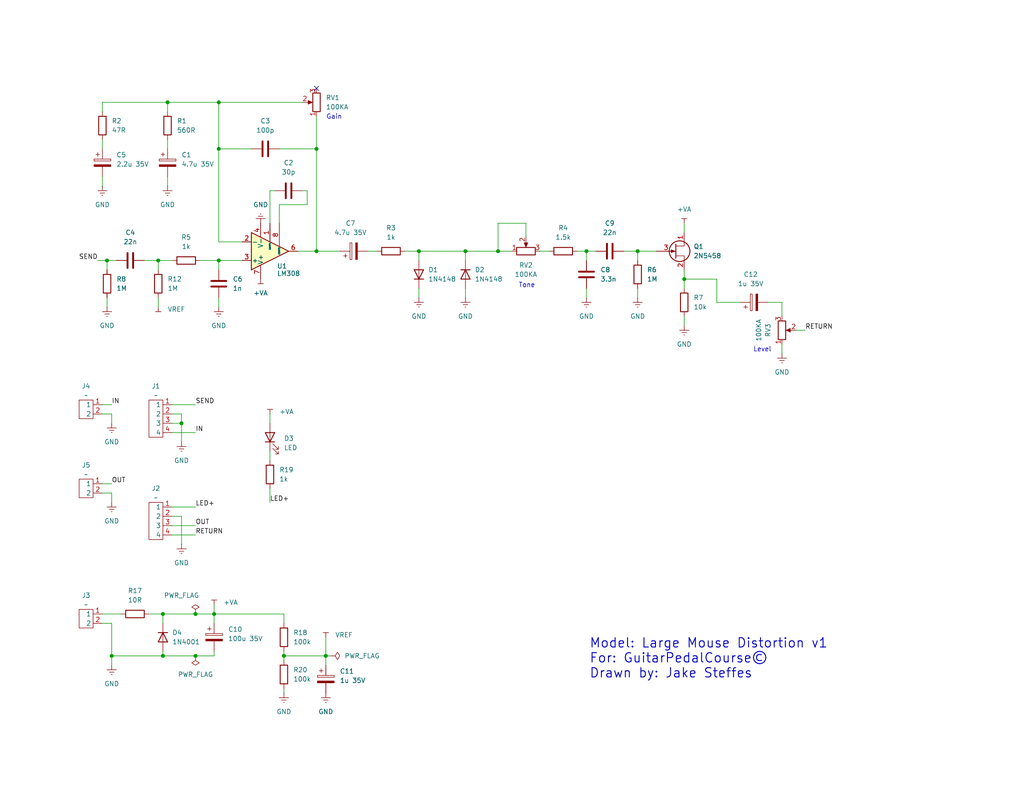
<source format=kicad_sch>
(kicad_sch (version 20250114) (generator "eeschema") (generator_version "9.0")
  (paper "A")
  (lib_symbols
    (symbol "+VA_1" (power) (pin_numbers (hide yes)) (pin_names (offset 0) (hide yes))
      (property "Value" "+VA" (at -0.254 2.54 0))
      (symbol "+VA_1_0_1"
        (polyline (pts (xy 0 0) (xy 0 1.27)))
        (polyline (pts (xy 0.762 1.27) (xy -0.762 1.27) (xy 0 1.27) (xy 0.762 1.27)) (fill (type outline)))
      )
      (symbol "+VA_1_1_1"
        (pin power_in line (at 0 0 90) (length 0) (hide yes) (name "~") (number "1"))
      )
    )
    (symbol "+VA_2" (power) (pin_numbers (hide yes)) (pin_names (offset 0) (hide yes))
      (property "Value" "+VA" (at -0.254 2.54 0))
      (symbol "+VA_2_0_1"
        (polyline (pts (xy 0 0) (xy 0 1.27)))
        (polyline (pts (xy 0.762 1.27) (xy -0.762 1.27) (xy 0 1.27) (xy 0.762 1.27)) (fill (type outline)))
      )
      (symbol "+VA_2_1_1"
        (pin power_in line (at 0 0 90) (length 0) (hide yes) (name "~") (number "1"))
      )
    )
    (symbol "Device:C" (pin_numbers (hide yes)) (pin_names (offset 0.254))
      (property "Reference" "C" (at 0.635 2.54 0))
      (property "Value" "C" (at 0.635 -2.54 0))
      (symbol "C_0_1"
        (polyline (pts (xy -2.032 0.762) (xy 2.032 0.762)) (stroke (width 0.508)))
        (polyline (pts (xy -2.032 -0.762) (xy 2.032 -0.762)) (stroke (width 0.508)))
      )
      (symbol "C_1_1"
        (pin passive line (at 0 3.81 270) (length 2.794) (name "~") (number "1"))
        (pin passive line (at 0 -3.81 90) (length 2.794) (name "~") (number "2"))
      )
    )
    (symbol "Device:C_Polarized" (pin_numbers (hide yes)) (pin_names (offset 0.254))
      (property "Reference" "C" (at 0.635 2.54 0))
      (property "Value" "C_Polarized" (at 0.635 -2.54 0))
      (symbol "C_Polarized_0_1"
        (rectangle (start -2.286 0.508) (end 2.286 1.016))
        (polyline (pts (xy -1.778 2.286) (xy -0.762 2.286)))
        (polyline (pts (xy -1.27 2.794) (xy -1.27 1.778)))
        (rectangle (start 2.286 -0.508) (end -2.286 -1.016) (fill (type outline)))
      )
      (symbol "C_Polarized_1_1"
        (pin passive line (at 0 3.81 270) (length 2.794) (name "~") (number "1"))
        (pin passive line (at 0 -3.81 90) (length 2.794) (name "~") (number "2"))
      )
    )
    (symbol "Device:D" (pin_numbers (hide yes)) (pin_names (offset 1.016) (hide yes))
      (property "Reference" "D" (at 0 2.54 0))
      (property "Value" "D" (at 0 -2.54 0))
      (symbol "D_0_1"
        (polyline (pts (xy -1.27 1.27) (xy -1.27 -1.27)) (stroke (width 0.254)))
        (polyline (pts (xy 1.27 1.27) (xy 1.27 -1.27) (xy -1.27 0) (xy 1.27 1.27)) (stroke (width 0.254)))
        (polyline (pts (xy 1.27 0) (xy -1.27 0)))
      )
      (symbol "D_1_1"
        (pin passive line (at -3.81 0 0) (length 2.54) (name "K") (number "1"))
        (pin passive line (at 3.81 0 180) (length 2.54) (name "A") (number "2"))
      )
    )
    (symbol "Device:LED" (pin_numbers (hide yes)) (pin_names (offset 1.016) (hide yes))
      (property "Reference" "D" (at 0 2.54 0))
      (property "Value" "LED" (at 0 -2.54 0))
      (symbol "LED_0_1"
        (polyline (pts (xy -3.048 -0.762) (xy -4.572 -2.286) (xy -3.81 -2.286) (xy -4.572 -2.286) (xy -4.572 -1.524)))
        (polyline (pts (xy -1.778 -0.762) (xy -3.302 -2.286) (xy -2.54 -2.286) (xy -3.302 -2.286) (xy -3.302 -1.524)))
        (polyline (pts (xy -1.27 0) (xy 1.27 0)))
        (polyline (pts (xy -1.27 -1.27) (xy -1.27 1.27)) (stroke (width 0.254)))
        (polyline (pts (xy 1.27 -1.27) (xy 1.27 1.27) (xy -1.27 0) (xy 1.27 -1.27)) (stroke (width 0.254)))
      )
      (symbol "LED_1_1"
        (pin passive line (at -3.81 0 0) (length 2.54) (name "K") (number "1"))
        (pin passive line (at 3.81 0 180) (length 2.54) (name "A") (number "2"))
      )
    )
    (symbol "Device:Q_NJFET_DSG" (pin_names (offset 0) (hide yes))
      (property "Reference" "Q" (at 5.08 1.27 0))
      (property "Value" "Q_NJFET_DSG" (at 5.08 -1.27 0))
      (symbol "Q_NJFET_DSG_0_1"
        (polyline (pts (xy 0 0) (xy -1.016 0.381) (xy -1.016 -0.381) (xy 0 0)) (fill (type outline)))
        (polyline (pts (xy 0.254 1.905) (xy 0.254 -1.905) (xy 0.254 -1.905)) (stroke (width 0.254)))
        (circle (center 1.27 0) (radius 2.8194) (stroke (width 0.254)))
        (polyline (pts (xy 2.54 2.54) (xy 2.54 1.397) (xy 0.254 1.397)))
        (polyline (pts (xy 2.54 -2.54) (xy 2.54 -1.27) (xy 0.254 -1.27)))
      )
      (symbol "Q_NJFET_DSG_1_1"
        (pin input line (at -5.08 0 0) (length 5.334) (name "G") (number "3"))
        (pin passive line (at 2.54 5.08 270) (length 2.54) (name "D") (number "1"))
        (pin passive line (at 2.54 -5.08 90) (length 2.54) (name "S") (number "2"))
      )
    )
    (symbol "Device:R" (pin_numbers (hide yes)) (pin_names (offset 0))
      (property "Reference" "R" (at 2.032 0 90))
      (property "Value" "R" (at 0 0 90))
      (symbol "R_0_1"
        (rectangle (start -1.016 -2.54) (end 1.016 2.54) (stroke (width 0.254)))
      )
      (symbol "R_1_1"
        (pin passive line (at 0 3.81 270) (length 1.27) (name "~") (number "1"))
        (pin passive line (at 0 -3.81 90) (length 1.27) (name "~") (number "2"))
      )
    )
    (symbol "Device:R_Potentiometer" (pin_names (offset 1.016) (hide yes))
      (property "Reference" "RV" (at -4.445 0 90))
      (property "Value" "R_Potentiometer" (at -2.54 0 90))
      (symbol "R_Potentiometer_0_1"
        (rectangle (start 1.016 2.54) (end -1.016 -2.54) (stroke (width 0.254)))
        (polyline (pts (xy 1.143 0) (xy 2.286 0.508) (xy 2.286 -0.508) (xy 1.143 0)) (fill (type outline)))
        (polyline (pts (xy 2.54 0) (xy 1.524 0)))
      )
      (symbol "R_Potentiometer_1_1"
        (pin passive line (at 0 3.81 270) (length 1.27) (name "1") (number "1"))
        (pin passive line (at 0 -3.81 90) (length 1.27) (name "3") (number "3"))
        (pin passive line (at 3.81 0 180) (length 1.27) (name "2") (number "2"))
      )
    )
    (symbol "Diode:1N4001" (pin_numbers (hide yes)) (pin_names (hide yes))
      (property "Reference" "D" (at 0 2.54 0))
      (property "Value" "1N4001" (at 0 -2.54 0))
      (symbol "1N4001_0_1"
        (polyline (pts (xy -1.27 1.27) (xy -1.27 -1.27)) (stroke (width 0.254)))
        (polyline (pts (xy 1.27 1.27) (xy 1.27 -1.27) (xy -1.27 0) (xy 1.27 1.27)) (stroke (width 0.254)))
        (polyline (pts (xy 1.27 0) (xy -1.27 0)))
      )
      (symbol "1N4001_1_1"
        (pin passive line (at -3.81 0 0) (length 2.54) (name "K") (number "1"))
        (pin passive line (at 3.81 0 180) (length 2.54) (name "A") (number "2"))
      )
    )
    (symbol "Wampler:CONNECTOR_2"
      (property "Reference" "J" (at 0 0 0))
      (symbol "CONNECTOR_2_0_1"
        (rectangle (start 0 0) (end 3.81 -5.08))
      )
      (symbol "CONNECTOR_2_1_1"
        (pin passive line (at 6.35 -1.27 180) (length 2.54) (name "1") (number "1"))
        (pin passive line (at 6.35 -3.81 180) (length 2.54) (name "2") (number "2"))
      )
    )
    (symbol "Wampler:CONNECTOR_4"
      (property "Reference" "J" (at 0 0 0))
      (symbol "CONNECTOR_4_0_1"
        (rectangle (start 0 0) (end 3.81 -10.16))
      )
      (symbol "CONNECTOR_4_1_1"
        (pin passive line (at 6.35 -1.27 180) (length 2.54) (name "1") (number "1"))
        (pin passive line (at 6.35 -3.81 180) (length 2.54) (name "2") (number "2"))
        (pin passive line (at 6.35 -6.35 180) (length 2.54) (name "3") (number "3"))
        (pin passive line (at 6.35 -8.89 180) (length 2.54) (name "4") (number "4"))
      )
    )
    (symbol "Wampler:GND" (power) (pin_numbers (hide yes)) (pin_names (offset 0) (hide yes))
      (property "Value" "GND" (at 0 -3.81 0))
      (symbol "GND_0_1"
        (polyline (pts (xy -0.635 -1.905) (xy 0.635 -1.905)))
        (polyline (pts (xy -0.127 -2.54) (xy 0.127 -2.54)))
        (polyline (pts (xy 0 -1.27) (xy 0 0)))
        (polyline (pts (xy 1.27 -1.27) (xy -1.27 -1.27)))
      )
      (symbol "GND_1_1"
        (pin power_in line (at 0 0 270) (length 0) (name "~") (number "1"))
      )
    )
    (symbol "Wampler:LM308" (pin_names (offset 0.127))
      (property "Reference" "U" (at 0 6.35 0))
      (property "Value" "LM308" (at 0 3.81 0))
      (symbol "LM308_0_1"
        (polyline (pts (xy -5.08 5.08) (xy 5.08 0) (xy -5.08 -5.08) (xy -5.08 5.08)) (stroke (width 0.254)) (fill (type background)))
      )
      (symbol "LM308_1_1"
        (pin input line (at -7.62 2.54 0) (length 2.54) (name "+") (number "3"))
        (pin input line (at -7.62 -2.54 0) (length 2.54) (name "-") (number "2"))
        (pin power_in line (at -2.54 7.62 270) (length 3.81) (name "V+") (number "7"))
        (pin power_in line (at -2.54 -7.62 90) (length 3.81) (name "V-") (number "4"))
        (pin no_connect line (at 0 2.54 270) (length 2.54) (hide yes) (name "NC") (number "5"))
        (pin input line (at 0 -7.62 90) (length 5.08) (name "COMP1") (number "1"))
        (pin input line (at 2.54 -7.62 90) (length 6.35) (name "COMP2") (number "8"))
        (pin output line (at 7.62 0 180) (length 2.54) (name "~") (number "6"))
      )
    )
    (symbol "Wampler:VREF" (power) (pin_numbers (hide yes)) (pin_names (offset 0) (hide yes)) (in_bom no)
      (property "Value" "VREF" (at 4.064 0 0))
      (symbol "VREF_0_1"
        (polyline (pts (xy 0 0) (xy 0 1.27)))
        (polyline (pts (xy 0.762 1.27) (xy -0.762 1.27) (xy 0 1.27) (xy 0.762 1.27)) (fill (type outline)))
      )
      (symbol "VREF_1_1"
        (pin power_in line (at 0 0 90) (length 0) (hide yes) (name "~") (number "1"))
      )
    )
    (symbol "power:PWR_FLAG" (power) (pin_numbers (hide yes)) (pin_names (offset 0) (hide yes))
      (property "Value" "PWR_FLAG" (at 0 3.81 0))
      (symbol "PWR_FLAG_0_0"
        (pin power_out line (at 0 0 90) (length 0) (name "~") (number "1"))
      )
      (symbol "PWR_FLAG_0_1"
        (polyline (pts (xy 0 0) (xy 0 1.27) (xy -1.016 1.905) (xy 0 2.54) (xy 1.016 1.905) (xy 0 1.27)))
      )
    )
  )
  (text "Gain" (at 91.186 32.004 0) (effects (font (size 1.27 1.27))))
  (text "Level" (at 208.026 95.504 0) (effects (font (size 1.27 1.27))))
  (text "Tone" (at 143.764 77.978 0) (effects (font (size 1.27 1.27))))
  (text "Model: Large Mouse Distortion v1\nFor: GuitarPedalCourse©\nDrawn by: Jake Steffes" (at 160.782 174.244 0) (effects (font (size 2.54 2.54) (thickness 0.254) (bold yes)) (justify left top)))
  (junction (at 44.45 167.64))
  (junction (at 135.89 68.58))
  (junction (at 59.69 40.64))
  (junction (at 160.02 68.58))
  (junction (at 77.47 179.07))
  (junction (at 88.9 179.07))
  (junction (at 173.99 68.58))
  (junction (at 186.69 76.2))
  (junction (at 53.34 167.64))
  (junction (at 29.21 71.12))
  (junction (at 44.45 179.07))
  (junction (at 114.3 68.58))
  (junction (at 49.53 115.57))
  (junction (at 59.69 71.12))
  (junction (at 53.34 179.07))
  (junction (at 45.72 27.94))
  (junction (at 86.36 40.64))
  (junction (at 58.42 167.64))
  (junction (at 30.48 179.07))
  (junction (at 43.18 71.12))
  (junction (at 86.36 68.58))
  (junction (at 59.69 27.94))
  (junction (at 127 68.58))
  (no_connect (at 86.36 24.13))
  (wire (pts (xy 88.9 173.99) (xy 88.9 179.07)))
  (wire (pts (xy 77.47 187.96) (xy 77.47 189.23)))
  (wire (pts (xy 114.3 68.58) (xy 127 68.58)))
  (wire (pts (xy 59.69 71.12) (xy 66.04 71.12)))
  (wire (pts (xy 86.36 68.58) (xy 81.28 68.58)))
  (wire (pts (xy 46.99 146.05) (xy 53.34 146.05)))
  (wire (pts (xy 27.94 167.64) (xy 33.02 167.64)))
  (wire (pts (xy 49.53 115.57) (xy 49.53 120.65)))
  (wire (pts (xy 29.21 71.12) (xy 29.21 73.66)))
  (wire (pts (xy 59.69 81.28) (xy 59.69 83.82)))
  (wire (pts (xy 73.66 133.35) (xy 73.66 137.16)))
  (wire (pts (xy 86.36 40.64) (xy 86.36 68.58)))
  (wire (pts (xy 45.72 27.94) (xy 45.72 30.48)))
  (wire (pts (xy 127 68.58) (xy 135.89 68.58)))
  (wire (pts (xy 66.04 66.04) (xy 59.69 66.04)))
  (wire (pts (xy 77.47 177.8) (xy 77.47 179.07)))
  (wire (pts (xy 54.61 71.12) (xy 59.69 71.12)))
  (wire (pts (xy 44.45 177.8) (xy 44.45 179.07)))
  (wire (pts (xy 26.67 71.12) (xy 29.21 71.12)))
  (wire (pts (xy 213.36 82.55) (xy 213.36 86.36)))
  (wire (pts (xy 88.9 179.07) (xy 90.17 179.07)))
  (wire (pts (xy 58.42 167.64) (xy 58.42 170.18)))
  (wire (pts (xy 160.02 78.74) (xy 160.02 81.28)))
  (wire (pts (xy 27.94 48.26) (xy 27.94 50.8)))
  (wire (pts (xy 83.82 52.07) (xy 82.55 52.07)))
  (wire (pts (xy 77.47 179.07) (xy 77.47 180.34)))
  (wire (pts (xy 46.99 110.49) (xy 53.34 110.49)))
  (wire (pts (xy 173.99 68.58) (xy 179.07 68.58)))
  (wire (pts (xy 43.18 71.12) (xy 46.99 71.12)))
  (wire (pts (xy 73.66 113.03) (xy 73.66 115.57)))
  (wire (pts (xy 43.18 71.12) (xy 43.18 73.66)))
  (wire (pts (xy 58.42 165.1) (xy 58.42 167.64)))
  (wire (pts (xy 53.34 179.07) (xy 58.42 179.07)))
  (wire (pts (xy 173.99 78.74) (xy 173.99 81.28)))
  (wire (pts (xy 30.48 179.07) (xy 44.45 179.07)))
  (wire (pts (xy 139.7 68.58) (xy 135.89 68.58)))
  (wire (pts (xy 186.69 76.2) (xy 186.69 78.74)))
  (wire (pts (xy 160.02 68.58) (xy 157.48 68.58)))
  (wire (pts (xy 143.51 60.96) (xy 143.51 64.77)))
  (wire (pts (xy 27.94 110.49) (xy 30.48 110.49)))
  (wire (pts (xy 46.99 115.57) (xy 49.53 115.57)))
  (wire (pts (xy 127 78.74) (xy 127 81.28)))
  (wire (pts (xy 46.99 143.51) (xy 53.34 143.51)))
  (wire (pts (xy 29.21 81.28) (xy 29.21 83.82)))
  (wire (pts (xy 76.2 60.96) (xy 76.2 55.88)))
  (wire (pts (xy 46.99 113.03) (xy 49.53 113.03)))
  (wire (pts (xy 27.94 38.1) (xy 27.94 40.64)))
  (wire (pts (xy 30.48 113.03) (xy 30.48 115.57)))
  (wire (pts (xy 76.2 55.88) (xy 83.82 55.88)))
  (wire (pts (xy 45.72 27.94) (xy 59.69 27.94)))
  (wire (pts (xy 46.99 138.43) (xy 53.34 138.43)))
  (wire (pts (xy 147.32 68.58) (xy 149.86 68.58)))
  (wire (pts (xy 45.72 48.26) (xy 45.72 50.8)))
  (wire (pts (xy 86.36 31.75) (xy 86.36 40.64)))
  (wire (pts (xy 160.02 68.58) (xy 162.56 68.58)))
  (wire (pts (xy 59.69 27.94) (xy 82.55 27.94)))
  (wire (pts (xy 173.99 68.58) (xy 173.99 71.12)))
  (wire (pts (xy 44.45 167.64) (xy 53.34 167.64)))
  (wire (pts (xy 127 68.58) (xy 127 71.12)))
  (wire (pts (xy 49.53 148.59) (xy 49.53 140.97)))
  (wire (pts (xy 195.58 82.55) (xy 201.93 82.55)))
  (wire (pts (xy 88.9 181.61) (xy 88.9 179.07)))
  (wire (pts (xy 160.02 71.12) (xy 160.02 68.58)))
  (wire (pts (xy 114.3 68.58) (xy 114.3 71.12)))
  (wire (pts (xy 186.69 76.2) (xy 195.58 76.2)))
  (wire (pts (xy 186.69 73.66) (xy 186.69 76.2)))
  (wire (pts (xy 43.18 81.28) (xy 43.18 83.82)))
  (wire (pts (xy 209.55 82.55) (xy 213.36 82.55)))
  (wire (pts (xy 30.48 170.18) (xy 30.48 179.07)))
  (wire (pts (xy 53.34 167.64) (xy 58.42 167.64)))
  (wire (pts (xy 44.45 179.07) (xy 53.34 179.07)))
  (wire (pts (xy 59.69 40.64) (xy 68.58 40.64)))
  (wire (pts (xy 49.53 113.03) (xy 49.53 115.57)))
  (wire (pts (xy 217.17 90.17) (xy 219.71 90.17)))
  (wire (pts (xy 186.69 60.96) (xy 186.69 63.5)))
  (wire (pts (xy 58.42 167.64) (xy 77.47 167.64)))
  (wire (pts (xy 114.3 78.74) (xy 114.3 81.28)))
  (wire (pts (xy 58.42 179.07) (xy 58.42 177.8)))
  (wire (pts (xy 76.2 40.64) (xy 86.36 40.64)))
  (wire (pts (xy 40.64 167.64) (xy 44.45 167.64)))
  (wire (pts (xy 30.48 179.07) (xy 30.48 181.61)))
  (wire (pts (xy 170.18 68.58) (xy 173.99 68.58)))
  (wire (pts (xy 59.69 27.94) (xy 59.69 40.64)))
  (wire (pts (xy 44.45 167.64) (xy 44.45 170.18)))
  (wire (pts (xy 135.89 60.96) (xy 143.51 60.96)))
  (wire (pts (xy 73.66 123.19) (xy 73.66 125.73)))
  (wire (pts (xy 27.94 27.94) (xy 45.72 27.94)))
  (wire (pts (xy 59.69 40.64) (xy 59.69 66.04)))
  (wire (pts (xy 83.82 55.88) (xy 83.82 52.07)))
  (wire (pts (xy 46.99 140.97) (xy 49.53 140.97)))
  (wire (pts (xy 100.33 68.58) (xy 102.87 68.58)))
  (wire (pts (xy 39.37 71.12) (xy 43.18 71.12)))
  (wire (pts (xy 186.69 86.36) (xy 186.69 88.9)))
  (wire (pts (xy 46.99 118.11) (xy 53.34 118.11)))
  (wire (pts (xy 27.94 30.48) (xy 27.94 27.94)))
  (wire (pts (xy 30.48 134.62) (xy 30.48 137.16)))
  (wire (pts (xy 27.94 113.03) (xy 30.48 113.03)))
  (wire (pts (xy 27.94 132.08) (xy 30.48 132.08)))
  (wire (pts (xy 135.89 68.58) (xy 135.89 60.96)))
  (wire (pts (xy 86.36 68.58) (xy 92.71 68.58)))
  (wire (pts (xy 59.69 71.12) (xy 59.69 73.66)))
  (wire (pts (xy 195.58 76.2) (xy 195.58 82.55)))
  (wire (pts (xy 27.94 134.62) (xy 30.48 134.62)))
  (wire (pts (xy 27.94 170.18) (xy 30.48 170.18)))
  (wire (pts (xy 213.36 93.98) (xy 213.36 96.52)))
  (wire (pts (xy 73.66 52.07) (xy 73.66 60.96)))
  (wire (pts (xy 88.9 179.07) (xy 77.47 179.07)))
  (wire (pts (xy 74.93 52.07) (xy 73.66 52.07)))
  (wire (pts (xy 45.72 38.1) (xy 45.72 40.64)))
  (wire (pts (xy 29.21 71.12) (xy 31.75 71.12)))
  (wire (pts (xy 77.47 170.18) (xy 77.47 167.64)))
  (wire (pts (xy 110.49 68.58) (xy 114.3 68.58)))
  (label "IN" (at 30.48 110.49 0))
  (label "RETURN" (at 53.34 146.05 0))
  (label "RETURN" (at 219.71 90.17 0))
  (label "LED+" (at 53.34 138.43 0))
  (label "SEND" (at 26.67 71.12 180))
  (label "OUT" (at 53.34 143.51 0))
  (label "SEND" (at 53.34 110.49 0))
  (label "OUT" (at 30.48 132.08 0))
  (label "LED+" (at 73.66 137.16 0))
  (label "IN" (at 53.34 118.11 0))
  (symbol (lib_name "+VA_2") (lib_id "Wampler:+VA") (at 71.12 76.2 180) (unit 1)
    (property "Reference" "#+VA01" (effects (hide yes)))
    (property "Value" "+VA" (at 71.12 80.01 0))
  )
  (symbol (lib_id "Device:R_Potentiometer") (at 213.36 90.17 0) (mirror x) (unit 1)
    (property "Reference" "RV3" (at 209.55 90.17 90))
    (property "Value" "100KA" (at 207.01 90.17 90))
    (property "Footprint" "Wampler:POT_16MM_RA" (effects (hide yes)))
    (property "Description" "Potentiometer" (effects (hide yes)))
  )
  (symbol (lib_name "+VA_2") (lib_id "Wampler:+VA") (at 58.42 165.1 0) (unit 1)
    (property "Reference" "#+VA0101" (effects (hide yes)))
    (property "Value" "+VA" (at 60.96 164.4649 0) (effects (justify left)))
  )
  (symbol (lib_id "Wampler:VREF") (at 43.18 83.82 180) (unit 1) (in_bom no)
    (property "Reference" "#VREF03" (effects (hide yes)))
    (property "Value" "VREF" (at 45.72 84.4549 0) (effects (justify right)))
  )
  (symbol (lib_id "Device:C_Polarized") (at 88.9 185.42 0) (unit 1)
    (property "Reference" "C11" (at 92.71 183.2609 0) (effects (justify left)))
    (property "Value" "1u 35V" (at 92.71 185.8009 0) (effects (justify left)))
    (property "Footprint" "Wampler:CAP_ELEC_1UF" (effects (hide yes)))
    (property "Description" "Polarized capacitor" (effects (hide yes)))
  )
  (symbol (lib_id "Device:C") (at 35.56 71.12 90) (unit 1)
    (property "Reference" "C4" (at 35.56 63.5 90))
    (property "Value" "22n" (at 35.56 66.04 90))
    (property "Footprint" "Wampler:CAP_FILM_22NF" (effects (hide yes)))
    (property "Description" "Unpolarized capacitor" (effects (hide yes)))
  )
  (symbol (lib_id "Wampler:GND") (at 30.48 181.61 0) (unit 1)
    (property "Reference" "#PWR036" (effects (hide yes)))
    (property "Value" "GND" (at 30.48 186.69 0))
    (property "Description" "Power symbol creates a global label with name \"GND\"" (effects (hide yes)))
  )
  (symbol (lib_id "Wampler:GND") (at 49.53 120.65 0) (unit 1)
    (property "Reference" "#PWR011" (effects (hide yes)))
    (property "Value" "GND" (at 49.53 125.73 0))
    (property "Description" "Power symbol creates a global label with name \"GND\"" (effects (hide yes)))
  )
  (symbol (lib_id "Wampler:GND") (at 30.48 137.16 0) (unit 1)
    (property "Reference" "#PWR012" (effects (hide yes)))
    (property "Value" "GND" (at 30.48 142.24 0))
    (property "Description" "Power symbol creates a global label with name \"GND\"" (effects (hide yes)))
  )
  (symbol (lib_id "Wampler:GND") (at 173.99 81.28 0) (unit 1)
    (property "Reference" "#PWR07" (effects (hide yes)))
    (property "Value" "GND" (at 173.99 86.36 0))
    (property "Description" "Power symbol creates a global label with name \"GND\"" (effects (hide yes)))
  )
  (symbol (lib_id "Device:LED") (at 73.66 119.38 90) (unit 1)
    (property "Reference" "D3" (at 77.47 119.6974 90) (effects (justify right)))
    (property "Value" "LED" (at 77.47 122.2374 90) (effects (justify right)))
    (property "Footprint" "Wampler:LED_5MM" (effects (hide yes)))
    (property "Description" "Light emitting diode" (effects (hide yes)))
    (property "Sim.Pins" "1=K 2=A" (effects (hide yes)))
  )
  (symbol (lib_id "Device:R") (at 45.72 34.29 180) (unit 1)
    (property "Reference" "R1" (at 48.26 33.0199 0) (effects (justify right)))
    (property "Value" "560R" (at 48.26 35.5599 0) (effects (justify right)))
    (property "Footprint" "Wampler:RESISTOR_1_4W" (effects (hide yes)))
    (property "Description" "Resistor" (effects (hide yes)))
  )
  (symbol (lib_id "Device:R") (at 29.21 77.47 0) (unit 1)
    (property "Reference" "R8" (at 31.75 76.1999 0) (effects (justify left)))
    (property "Value" "1M" (at 31.75 78.7399 0) (effects (justify left)))
    (property "Footprint" "Wampler:RESISTOR_1_4W" (effects (hide yes)))
    (property "Description" "Resistor" (effects (hide yes)))
  )
  (symbol (lib_id "Device:D") (at 114.3 74.93 90) (unit 1)
    (property "Reference" "D1" (at 116.84 73.6599 90) (effects (justify right)))
    (property "Value" "1N4148" (at 116.84 76.1999 90) (effects (justify right)))
    (property "Footprint" "Wampler:DIODE_1N4148" (effects (hide yes)))
    (property "Description" "Diode" (effects (hide yes)))
    (property "Sim.Device" "D" (effects (hide yes)))
    (property "Sim.Pins" "1=K 2=A" (effects (hide yes)))
  )
  (symbol (lib_id "Wampler:CONNECTOR_2") (at 21.59 166.37 0) (unit 1)
    (property "Reference" "J3" (at 23.495 162.56 0))
    (property "Value" "~" (at 23.495 165.1 0))
    (property "Footprint" "Wampler:CONNECTOR_2" (effects (hide yes)))
  )
  (symbol (lib_name "+VA_2") (lib_id "Wampler:+VA") (at 186.69 60.96 0) (unit 1)
    (property "Reference" "#+VA03" (effects (hide yes)))
    (property "Value" "+VA" (at 186.69 57.15 0))
  )
  (symbol (lib_id "Device:C_Polarized") (at 45.72 44.45 0) (unit 1)
    (property "Reference" "C1" (at 49.53 42.2909 0) (effects (justify left)))
    (property "Value" "4.7u 35V" (at 49.53 44.8309 0) (effects (justify left)))
    (property "Footprint" "Wampler:CAP_ELEC_4.7UF" (effects (hide yes)))
    (property "Description" "Polarized capacitor" (effects (hide yes)))
  )
  (symbol (lib_id "Wampler:GND") (at 59.69 83.82 0) (unit 1)
    (property "Reference" "#PWR01" (effects (hide yes)))
    (property "Value" "GND" (at 59.69 88.9 0))
    (property "Description" "Power symbol creates a global label with name \"GND\"" (effects (hide yes)))
  )
  (symbol (lib_id "Wampler:CONNECTOR_4") (at 40.64 137.16 0) (unit 1)
    (property "Reference" "J2" (at 42.545 133.35 0))
    (property "Value" "~" (at 42.545 135.89 0))
    (property "Footprint" "Wampler:CONNECTOR_4" (effects (hide yes)))
  )
  (symbol (lib_id "Device:R") (at 43.18 77.47 0) (unit 1)
    (property "Reference" "R12" (at 45.72 76.1999 0) (effects (justify left)))
    (property "Value" "1M" (at 45.72 78.7399 0) (effects (justify left)))
    (property "Footprint" "Wampler:RESISTOR_1_4W" (effects (hide yes)))
    (property "Description" "Resistor" (effects (hide yes)))
  )
  (symbol (lib_id "Device:R") (at 186.69 82.55 0) (unit 1)
    (property "Reference" "R7" (at 189.23 81.2799 0) (effects (justify left)))
    (property "Value" "10k" (at 189.23 83.8199 0) (effects (justify left)))
    (property "Footprint" "Wampler:RESISTOR_1_4W" (effects (hide yes)))
    (property "Description" "Resistor" (effects (hide yes)))
  )
  (symbol (lib_id "Device:C") (at 160.02 74.93 0) (unit 1)
    (property "Reference" "C8" (at 163.83 73.6599 0) (effects (justify left)))
    (property "Value" "3.3n" (at 163.83 76.1999 0) (effects (justify left)))
    (property "Footprint" "Wampler:CAP_MLCC_3.3NF" (effects (hide yes)))
    (property "Description" "Unpolarized capacitor" (effects (hide yes)))
  )
  (symbol (lib_id "Diode:1N4001") (at 44.45 173.99 270) (unit 1)
    (property "Reference" "D4" (at 46.99 172.7199 90) (effects (justify left)))
    (property "Value" "1N4001" (at 46.99 175.2599 90) (effects (justify left)))
    (property "Footprint" "Wampler:DIODE_1N4001" (effects (hide yes)))
    (property "Datasheet" "http://www.vishay.com/docs/88503/1n4001.pdf" (effects (hide yes)))
    (property "Description" "50V 1A General Purpose Rectifier Diode, DO-41" (effects (hide yes)))
    (property "Sim.Device" "D" (effects (hide yes)))
    (property "Sim.Pins" "1=K 2=A" (effects (hide yes)))
  )
  (symbol (lib_id "Device:C") (at 166.37 68.58 90) (unit 1)
    (property "Reference" "C9" (at 166.37 60.96 90))
    (property "Value" "22n" (at 166.37 63.5 90))
    (property "Footprint" "Wampler:CAP_FILM_22NF" (effects (hide yes)))
    (property "Description" "Unpolarized capacitor" (effects (hide yes)))
  )
  (symbol (lib_id "Device:R") (at 36.83 167.64 90) (unit 1)
    (property "Reference" "R17" (at 36.83 161.29 90))
    (property "Value" "10R" (at 36.83 163.83 90))
    (property "Footprint" "Wampler:RESISTOR_1_4W" (effects (hide yes)))
    (property "Description" "Resistor" (effects (hide yes)))
  )
  (symbol (lib_id "Device:R_Potentiometer") (at 86.36 27.94 180) (unit 1)
    (property "Reference" "RV1" (at 88.9 26.6699 0) (effects (justify right)))
    (property "Value" "100KA" (at 88.9 29.2099 0) (effects (justify right)))
    (property "Footprint" "Wampler:POT_16MM_RA" (effects (hide yes)))
    (property "Description" "Potentiometer" (effects (hide yes)))
  )
  (symbol (lib_id "Device:R") (at 77.47 184.15 180) (unit 1)
    (property "Reference" "R20" (at 80.01 182.8799 0) (effects (justify right)))
    (property "Value" "100k" (at 80.01 185.4199 0) (effects (justify right)))
    (property "Footprint" "Wampler:RESISTOR_1_4W" (effects (hide yes)))
    (property "Description" "Resistor" (effects (hide yes)))
  )
  (symbol (lib_id "Device:C_Polarized") (at 96.52 68.58 90) (unit 1)
    (property "Reference" "C7" (at 95.631 60.96 90))
    (property "Value" "4.7u 35V" (at 95.631 63.5 90))
    (property "Footprint" "Wampler:CAP_ELEC_4.7UF" (effects (hide yes)))
    (property "Description" "Polarized capacitor" (effects (hide yes)))
  )
  (symbol (lib_id "Wampler:GND") (at 77.47 189.23 0) (unit 1)
    (property "Reference" "#PWR038" (effects (hide yes)))
    (property "Value" "GND" (at 77.47 194.31 0))
    (property "Description" "Power symbol creates a global label with name \"GND\"" (effects (hide yes)))
  )
  (symbol (lib_id "Device:R") (at 106.68 68.58 90) (unit 1)
    (property "Reference" "R3" (at 106.68 62.23 90))
    (property "Value" "1k" (at 106.68 64.77 90))
    (property "Footprint" "Wampler:RESISTOR_1_4W" (effects (hide yes)))
    (property "Description" "Resistor" (effects (hide yes)))
  )
  (symbol (lib_id "Device:C_Polarized") (at 205.74 82.55 90) (unit 1)
    (property "Reference" "C12" (at 204.851 74.93 90))
    (property "Value" "1u 35V" (at 204.851 77.47 90))
    (property "Footprint" "Wampler:CAP_ELEC_1UF" (effects (hide yes)))
    (property "Description" "Polarized capacitor" (effects (hide yes)))
  )
  (symbol (lib_id "power:PWR_FLAG") (at 53.34 179.07 0) (mirror x) (unit 1)
    (property "Reference" "#FLG02" (effects (hide yes)))
    (property "Value" "PWR_FLAG" (at 53.34 184.15 0))
    (property "Description" "Special symbol for telling ERC where power comes from" (effects (hide yes)))
  )
  (symbol (lib_id "Device:R") (at 50.8 71.12 90) (unit 1)
    (property "Reference" "R5" (at 50.8 64.77 90))
    (property "Value" "1k" (at 50.8 67.31 90))
    (property "Footprint" "Wampler:RESISTOR_1_4W" (effects (hide yes)))
    (property "Description" "Resistor" (effects (hide yes)))
  )
  (symbol (lib_name "+VA_1") (lib_id "Wampler:+VA") (at 73.66 113.03 0) (unit 1)
    (property "Reference" "#+VA04" (effects (hide yes)))
    (property "Value" "+VA" (at 76.2 112.3949 0) (effects (justify left)))
  )
  (symbol (lib_id "Device:D") (at 127 74.93 270) (unit 1)
    (property "Reference" "D2" (at 129.54 73.6599 90) (effects (justify left)))
    (property "Value" "1N4148" (at 129.54 76.1999 90) (effects (justify left)))
    (property "Footprint" "Wampler:DIODE_1N4148" (effects (hide yes)))
    (property "Description" "Diode" (effects (hide yes)))
    (property "Sim.Device" "D" (effects (hide yes)))
    (property "Sim.Pins" "1=K 2=A" (effects (hide yes)))
  )
  (symbol (lib_id "Device:R") (at 153.67 68.58 270) (unit 1)
    (property "Reference" "R4" (at 153.67 62.23 90))
    (property "Value" "1.5k" (at 153.67 64.77 90))
    (property "Footprint" "Wampler:RESISTOR_1_4W" (effects (hide yes)))
    (property "Description" "Resistor" (effects (hide yes)))
  )
  (symbol (lib_id "Wampler:GND") (at 29.21 83.82 0) (unit 1)
    (property "Reference" "#PWR026" (effects (hide yes)))
    (property "Value" "GND" (at 29.21 88.9 0))
    (property "Description" "Power symbol creates a global label with name \"GND\"" (effects (hide yes)))
  )
  (symbol (lib_id "Wampler:GND") (at 88.9 189.23 0) (unit 1)
    (property "Reference" "#PWR039" (effects (hide yes)))
    (property "Value" "GND" (at 88.9 194.31 0))
    (property "Description" "Power symbol creates a global label with name \"GND\"" (effects (hide yes)))
  )
  (symbol (lib_id "Wampler:CONNECTOR_2") (at 21.59 130.81 0) (unit 1)
    (property "Reference" "J5" (at 23.495 127 0))
    (property "Value" "~" (at 23.495 129.54 0))
    (property "Footprint" "Wampler:CONNECTOR_2" (effects (hide yes)))
  )
  (symbol (lib_id "Wampler:GND") (at 27.94 50.8 0) (unit 1)
    (property "Reference" "#PWR03" (effects (hide yes)))
    (property "Value" "GND" (at 27.94 55.88 0))
    (property "Description" "Power symbol creates a global label with name \"GND\"" (effects (hide yes)))
  )
  (symbol (lib_id "Wampler:GND") (at 30.48 115.57 0) (unit 1)
    (property "Reference" "#PWR010" (effects (hide yes)))
    (property "Value" "GND" (at 30.48 120.65 0))
    (property "Description" "Power symbol creates a global label with name \"GND\"" (effects (hide yes)))
  )
  (symbol (lib_id "Wampler:GND") (at 49.53 148.59 0) (unit 1)
    (property "Reference" "#PWR013" (effects (hide yes)))
    (property "Value" "GND" (at 49.53 153.67 0))
    (property "Description" "Power symbol creates a global label with name \"GND\"" (effects (hide yes)))
  )
  (symbol (lib_id "Wampler:GND") (at 114.3 81.28 0) (unit 1)
    (property "Reference" "#PWR04" (effects (hide yes)))
    (property "Value" "GND" (at 114.3 86.36 0))
    (property "Description" "Power symbol creates a global label with name \"GND\"" (effects (hide yes)))
  )
  (symbol (lib_id "Device:C_Polarized") (at 58.42 173.99 0) (unit 1)
    (property "Reference" "C10" (at 62.23 171.8309 0) (effects (justify left)))
    (property "Value" "100u 35V" (at 62.23 174.3709 0) (effects (justify left)))
    (property "Footprint" "Wampler:CAP_ELEC_100UF" (effects (hide yes)))
    (property "Description" "Polarized capacitor" (effects (hide yes)))
  )
  (symbol (lib_id "power:PWR_FLAG") (at 90.17 179.07 270) (unit 1)
    (property "Reference" "#FLG03" (effects (hide yes)))
    (property "Value" "PWR_FLAG" (at 93.98 179.0699 90) (effects (justify left)))
    (property "Description" "Special symbol for telling ERC where power comes from" (effects (hide yes)))
  )
  (symbol (lib_id "Device:Q_NJFET_DSG") (at 184.15 68.58 0) (unit 1)
    (property "Reference" "Q1" (at 189.23 67.3099 0) (effects (justify left)))
    (property "Value" "2N5458" (at 189.23 69.8499 0) (effects (justify left)))
    (property "Footprint" "Wampler:BJT_2N5458" (effects (hide yes)))
    (property "Description" "N-JFET transistor, drain/source/gate" (effects (hide yes)))
  )
  (symbol (lib_id "Device:R_Potentiometer") (at 143.51 68.58 90) (unit 1)
    (property "Reference" "RV2" (at 143.51 72.39 90))
    (property "Value" "100KA" (at 143.51 74.93 90))
    (property "Footprint" "Wampler:POT_16MM_RA" (effects (hide yes)))
    (property "Description" "Potentiometer" (effects (hide yes)))
  )
  (symbol (lib_id "Device:C") (at 72.39 40.64 90) (unit 1)
    (property "Reference" "C3" (at 72.39 33.02 90))
    (property "Value" "100p" (at 72.39 35.56 90))
    (property "Footprint" "Wampler:CAP_MLCC_100PF" (effects (hide yes)))
    (property "Description" "Unpolarized capacitor" (effects (hide yes)))
  )
  (symbol (lib_id "Device:R") (at 173.99 74.93 0) (unit 1)
    (property "Reference" "R6" (at 176.53 73.6599 0) (effects (justify left)))
    (property "Value" "1M" (at 176.53 76.1999 0) (effects (justify left)))
    (property "Footprint" "Wampler:RESISTOR_1_4W" (effects (hide yes)))
    (property "Description" "Resistor" (effects (hide yes)))
  )
  (symbol (lib_id "Device:C") (at 78.74 52.07 90) (unit 1)
    (property "Reference" "C2" (at 78.74 44.45 90))
    (property "Value" "30p" (at 78.74 46.99 90))
    (property "Footprint" "Wampler:CAP_MLCC_30PF" (effects (hide yes)))
    (property "Description" "Unpolarized capacitor" (effects (hide yes)))
  )
  (symbol (lib_id "Device:R") (at 27.94 34.29 180) (unit 1)
    (property "Reference" "R2" (at 30.48 33.0199 0) (effects (justify right)))
    (property "Value" "47R" (at 30.48 35.5599 0) (effects (justify right)))
    (property "Footprint" "Wampler:RESISTOR_1_4W" (effects (hide yes)))
    (property "Description" "Resistor" (effects (hide yes)))
  )
  (symbol (lib_id "Device:C_Polarized") (at 27.94 44.45 0) (unit 1)
    (property "Reference" "C5" (at 31.75 42.2909 0) (effects (justify left)))
    (property "Value" "2.2u 35V" (at 31.75 44.8309 0) (effects (justify left)))
    (property "Footprint" "Wampler:CAP_ELEC_2.2UF" (effects (hide yes)))
    (property "Description" "Polarized capacitor" (effects (hide yes)))
  )
  (symbol (lib_id "Wampler:CONNECTOR_4") (at 40.64 109.22 0) (unit 1)
    (property "Reference" "J1" (at 42.545 105.41 0))
    (property "Value" "~" (at 42.545 107.95 0))
    (property "Footprint" "Wampler:CONNECTOR_4" (effects (hide yes)))
  )
  (symbol (lib_id "Wampler:LM308") (at 73.66 68.58 0) (mirror x) (unit 1)
    (property "Reference" "U1" (at 76.962 72.644 0))
    (property "Value" "LM308" (at 78.74 74.676 0))
    (property "Footprint" "Wampler:OP_AMP" (effects (hide yes)))
    (property "Description" "Operational Amplifier, DIP-8/TO-99-8" (effects (hide yes)))
  )
  (symbol (lib_id "Wampler:GND") (at 127 81.28 0) (unit 1)
    (property "Reference" "#PWR05" (effects (hide yes)))
    (property "Value" "GND" (at 127 86.36 0))
    (property "Description" "Power symbol creates a global label with name \"GND\"" (effects (hide yes)))
  )
  (symbol (lib_id "Wampler:VREF") (at 88.9 173.99 0) (unit 1) (in_bom no)
    (property "Reference" "#VREF05" (effects (hide yes)))
    (property "Value" "VREF" (at 91.44 173.3549 0) (effects (justify left)))
  )
  (symbol (lib_id "Wampler:GND") (at 71.12 60.96 0) (mirror x) (unit 1)
    (property "Reference" "#PWR02" (effects (hide yes)))
    (property "Value" "GND" (at 71.12 55.88 0))
    (property "Description" "Power symbol creates a global label with name \"GND\"" (effects (hide yes)))
  )
  (symbol (lib_id "Wampler:CONNECTOR_2") (at 21.59 109.22 0) (unit 1)
    (property "Reference" "J4" (at 23.495 105.41 0))
    (property "Value" "~" (at 23.495 107.95 0))
    (property "Footprint" "Wampler:CONNECTOR_2" (effects (hide yes)))
  )
  (symbol (lib_id "Wampler:GND") (at 45.72 50.8 0) (unit 1)
    (property "Reference" "#PWR028" (effects (hide yes)))
    (property "Value" "GND" (at 45.72 55.88 0))
    (property "Description" "Power symbol creates a global label with name \"GND\"" (effects (hide yes)))
  )
  (symbol (lib_id "Wampler:GND") (at 186.69 88.9 0) (unit 1)
    (property "Reference" "#PWR08" (effects (hide yes)))
    (property "Value" "GND" (at 186.69 93.98 0))
    (property "Description" "Power symbol creates a global label with name \"GND\"" (effects (hide yes)))
  )
  (symbol (lib_id "power:PWR_FLAG") (at 53.34 167.64 0) (unit 1)
    (property "Reference" "#FLG01" (effects (hide yes)))
    (property "Value" "PWR_FLAG" (at 49.53 162.56 0))
    (property "Description" "Special symbol for telling ERC where power comes from" (effects (hide yes)))
  )
  (symbol (lib_id "Device:C") (at 59.69 77.47 0) (unit 1)
    (property "Reference" "C6" (at 63.5 76.1999 0) (effects (justify left)))
    (property "Value" "1n" (at 63.5 78.7399 0) (effects (justify left)))
    (property "Footprint" "Wampler:CAP_MLCC_1NF" (effects (hide yes)))
    (property "Description" "Unpolarized capacitor" (effects (hide yes)))
  )
  (symbol (lib_id "Device:R") (at 73.66 129.54 0) (unit 1)
    (property "Reference" "R19" (at 76.2 128.2699 0) (effects (justify left)))
    (property "Value" "1k" (at 76.2 130.8099 0) (effects (justify left)))
    (property "Footprint" "Wampler:RESISTOR_1_4W" (effects (hide yes)))
    (property "Description" "Resistor" (effects (hide yes)))
  )
  (symbol (lib_id "Wampler:GND") (at 213.36 96.52 0) (unit 1)
    (property "Reference" "#PWR09" (effects (hide yes)))
    (property "Value" "GND" (at 213.36 101.6 0))
    (property "Description" "Power symbol creates a global label with name \"GND\"" (effects (hide yes)))
  )
  (symbol (lib_id "Wampler:GND") (at 160.02 81.28 0) (unit 1)
    (property "Reference" "#PWR06" (effects (hide yes)))
    (property "Value" "GND" (at 160.02 86.36 0))
    (property "Description" "Power symbol creates a global label with name \"GND\"" (effects (hide yes)))
  )
  (symbol (lib_id "Device:R") (at 77.47 173.99 180) (unit 1)
    (property "Reference" "R18" (at 80.01 172.7199 0) (effects (justify right)))
    (property "Value" "100k" (at 80.01 175.2599 0) (effects (justify right)))
    (property "Footprint" "Wampler:RESISTOR_1_4W" (effects (hide yes)))
    (property "Description" "Resistor" (effects (hide yes)))
  )
)
</source>
